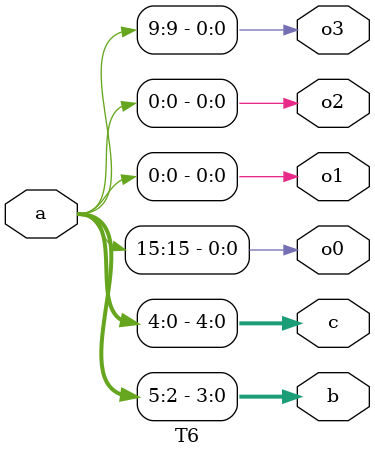
<source format=v>

`timescale 1ns/1ps 

module T6 (
  input      [15:0]   a,
  output     [3:0]    b,
  output     [4:0]    c,
  output              o0,
  output              o1,
  output              o2,
  output              o3
);


  assign b = a[5 : 2];
  assign c = a[4 : 0];
  assign o0 = a[15];
  assign o1 = a[0];
  assign o2 = a[0];
  assign o3 = a[9];

endmodule

</source>
